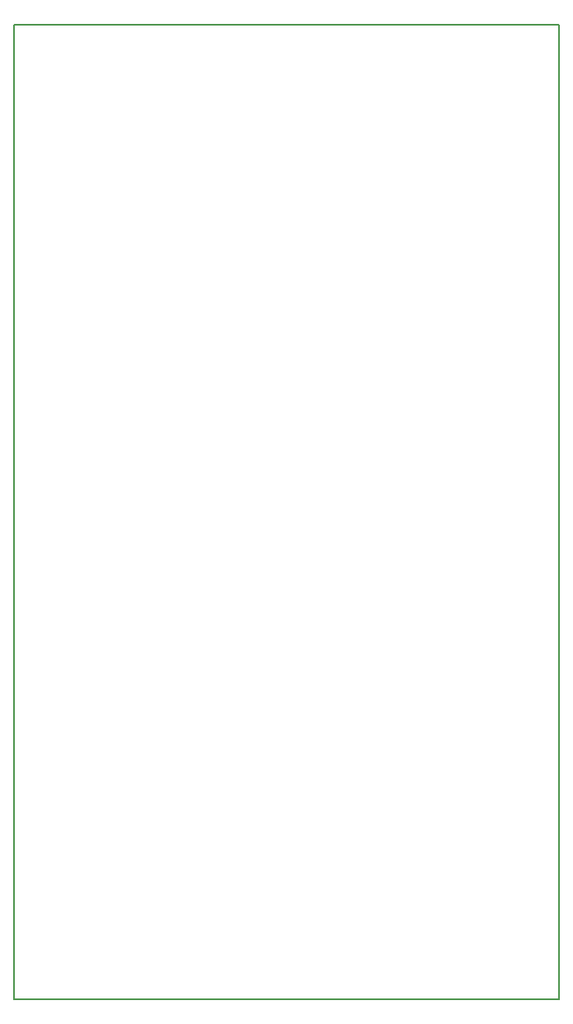
<source format=gm1>
G04 #@! TF.FileFunction,Profile,NP*
%FSLAX46Y46*%
G04 Gerber Fmt 4.6, Leading zero omitted, Abs format (unit mm)*
G04 Created by KiCad (PCBNEW 4.0.5-e0-6337~49~ubuntu16.04.1) date Tue Feb 28 16:50:45 2017*
%MOMM*%
%LPD*%
G01*
G04 APERTURE LIST*
%ADD10C,0.100000*%
%ADD11C,0.150000*%
G04 APERTURE END LIST*
D10*
D11*
X80000000Y-60000000D02*
X136000000Y-60000000D01*
X80000000Y-160000000D02*
X136000000Y-160000000D01*
X80000000Y-160000000D02*
X80000000Y-60000000D01*
X136000000Y-60000000D02*
X136000000Y-160000000D01*
M02*

</source>
